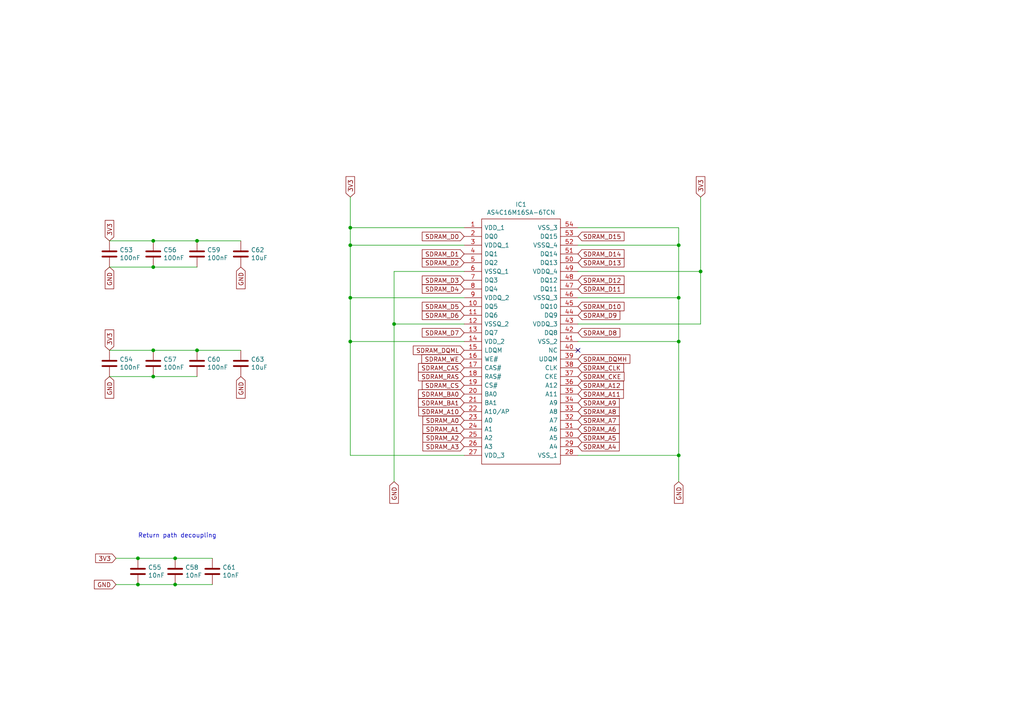
<source format=kicad_sch>
(kicad_sch (version 20211123) (generator eeschema)
  (paper "A4")
  (lib_symbols
    (symbol "AS4C16M16SA-6TCN:AS4C16M16SA-6TCN" (pin_names (offset 0.762))
      (property "Reference" "IC" (at 29.21 7.62 0))
      (property "Value" "AS4C16M16SA-6TCN" (at 29.21 5.08 0))
      (symbol "AS4C16M16SA-6TCN_0_0"
        (pin passive line (at 0 0 0) (length 5.08) (name "VDD_1") (number "1"))
        (pin passive line (at 0 -22.86 0) (length 5.08) (name "DQ5") (number "10"))
        (pin passive line (at 0 -25.4 0) (length 5.08) (name "DQ6") (number "11"))
        (pin passive line (at 0 -27.94 0) (length 5.08) (name "VSSQ_2") (number "12"))
        (pin passive line (at 0 -30.48 0) (length 5.08) (name "DQ7") (number "13"))
        (pin passive line (at 0 -33.02 0) (length 5.08) (name "VDD_2") (number "14"))
        (pin passive line (at 0 -35.56 0) (length 5.08) (name "LDQM") (number "15"))
        (pin passive line (at 0 -38.1 0) (length 5.08) (name "WE#") (number "16"))
        (pin passive line (at 0 -40.64 0) (length 5.08) (name "CAS#") (number "17"))
        (pin passive line (at 0 -43.18 0) (length 5.08) (name "RAS#") (number "18"))
        (pin passive line (at 0 -45.72 0) (length 5.08) (name "CS#") (number "19"))
        (pin passive line (at 0 -2.54 0) (length 5.08) (name "DQ0") (number "2"))
        (pin passive line (at 0 -48.26 0) (length 5.08) (name "BA0") (number "20"))
        (pin passive line (at 0 -50.8 0) (length 5.08) (name "BA1") (number "21"))
        (pin passive line (at 0 -53.34 0) (length 5.08) (name "A10/AP") (number "22"))
        (pin passive line (at 0 -55.88 0) (length 5.08) (name "A0") (number "23"))
        (pin passive line (at 0 -58.42 0) (length 5.08) (name "A1") (number "24"))
        (pin passive line (at 0 -60.96 0) (length 5.08) (name "A2") (number "25"))
        (pin passive line (at 0 -63.5 0) (length 5.08) (name "A3") (number "26"))
        (pin passive line (at 0 -66.04 0) (length 5.08) (name "VDD_3") (number "27"))
        (pin passive line (at 33.02 -66.04 180) (length 5.08) (name "VSS_1") (number "28"))
        (pin passive line (at 33.02 -63.5 180) (length 5.08) (name "A4") (number "29"))
        (pin passive line (at 0 -5.08 0) (length 5.08) (name "VDDQ_1") (number "3"))
        (pin passive line (at 33.02 -60.96 180) (length 5.08) (name "A5") (number "30"))
        (pin passive line (at 33.02 -58.42 180) (length 5.08) (name "A6") (number "31"))
        (pin passive line (at 33.02 -55.88 180) (length 5.08) (name "A7") (number "32"))
        (pin passive line (at 33.02 -53.34 180) (length 5.08) (name "A8") (number "33"))
        (pin passive line (at 33.02 -50.8 180) (length 5.08) (name "A9") (number "34"))
        (pin passive line (at 33.02 -48.26 180) (length 5.08) (name "A11") (number "35"))
        (pin passive line (at 33.02 -45.72 180) (length 5.08) (name "A12") (number "36"))
        (pin passive line (at 33.02 -43.18 180) (length 5.08) (name "CKE") (number "37"))
        (pin passive line (at 33.02 -40.64 180) (length 5.08) (name "CLK") (number "38"))
        (pin passive line (at 33.02 -38.1 180) (length 5.08) (name "UDQM") (number "39"))
        (pin passive line (at 0 -7.62 0) (length 5.08) (name "DQ1") (number "4"))
        (pin no_connect line (at 33.02 -35.56 180) (length 5.08) (name "NC") (number "40"))
        (pin passive line (at 33.02 -33.02 180) (length 5.08) (name "VSS_2") (number "41"))
        (pin passive line (at 33.02 -30.48 180) (length 5.08) (name "DQ8") (number "42"))
        (pin passive line (at 33.02 -27.94 180) (length 5.08) (name "VDDQ_3") (number "43"))
        (pin passive line (at 33.02 -25.4 180) (length 5.08) (name "DQ9") (number "44"))
        (pin passive line (at 33.02 -22.86 180) (length 5.08) (name "DQ10") (number "45"))
        (pin passive line (at 33.02 -20.32 180) (length 5.08) (name "VSSQ_3") (number "46"))
        (pin passive line (at 33.02 -17.78 180) (length 5.08) (name "DQ11") (number "47"))
        (pin passive line (at 33.02 -15.24 180) (length 5.08) (name "DQ12") (number "48"))
        (pin passive line (at 33.02 -12.7 180) (length 5.08) (name "VDDQ_4") (number "49"))
        (pin passive line (at 0 -10.16 0) (length 5.08) (name "DQ2") (number "5"))
        (pin passive line (at 33.02 -10.16 180) (length 5.08) (name "DQ13") (number "50"))
        (pin passive line (at 33.02 -7.62 180) (length 5.08) (name "DQ14") (number "51"))
        (pin passive line (at 33.02 -5.08 180) (length 5.08) (name "VSSQ_4") (number "52"))
        (pin passive line (at 33.02 -2.54 180) (length 5.08) (name "DQ15") (number "53"))
        (pin passive line (at 33.02 0 180) (length 5.08) (name "VSS_3") (number "54"))
        (pin passive line (at 0 -12.7 0) (length 5.08) (name "VSSQ_1") (number "6"))
        (pin passive line (at 0 -15.24 0) (length 5.08) (name "DQ3") (number "7"))
        (pin passive line (at 0 -17.78 0) (length 5.08) (name "DQ4") (number "8"))
        (pin passive line (at 0 -20.32 0) (length 5.08) (name "VDDQ_2") (number "9"))
      )
      (symbol "AS4C16M16SA-6TCN_0_1"
        (polyline (pts (xy 5.08 2.54) (xy 27.94 2.54) (xy 27.94 -68.58) (xy 5.08 -68.58) (xy 5.08 2.54)) (stroke (width 0.1524)))
      )
    )
    (symbol "Device:C" (pin_numbers hide) (pin_names (offset 0.254))
      (property "Reference" "C" (at 0.635 2.54 0))
      (property "Value" "C" (at 0.635 -2.54 0))
      (symbol "C_0_1"
        (polyline (pts (xy -2.032 -0.762) (xy 2.032 -0.762)) (stroke (width 0.508)))
        (polyline (pts (xy -2.032 0.762) (xy 2.032 0.762)) (stroke (width 0.508)))
      )
      (symbol "C_1_1"
        (pin passive line (at 0 3.81 270) (length 2.794) (name "~") (number "1"))
        (pin passive line (at 0 -3.81 90) (length 2.794) (name "~") (number "2"))
      )
    )
  )
  (junction (at 101.6 66.04))
  (junction (at 44.45 69.85))
  (junction (at 196.85 86.36))
  (junction (at 196.85 99.06))
  (junction (at 101.6 86.36))
  (junction (at 57.15 69.85))
  (junction (at 203.2 78.74))
  (junction (at 114.3 93.98))
  (junction (at 196.85 132.08))
  (junction (at 101.6 71.12))
  (junction (at 44.45 101.6))
  (junction (at 196.85 71.12))
  (junction (at 57.15 101.6))
  (junction (at 44.45 109.22))
  (junction (at 101.6 99.06))
  (junction (at 40.005 161.925))
  (junction (at 50.8 169.545))
  (junction (at 40.005 169.545))
  (junction (at 44.45 77.47))
  (junction (at 50.8 161.925))
  (no_connect (at 167.64 101.6))
  (wire (pts (xy 57.15 77.47) (xy 44.45 77.47)))
  (wire (pts (xy 167.64 93.98) (xy 203.2 93.98)))
  (wire (pts (xy 50.8 169.545) (xy 40.005 169.545)))
  (wire (pts (xy 114.3 93.98) (xy 114.3 139.7)))
  (wire (pts (xy 31.75 101.6) (xy 44.45 101.6)))
  (wire (pts (xy 134.62 66.04) (xy 101.6 66.04)))
  (wire (pts (xy 44.45 109.22) (xy 57.15 109.22)))
  (wire (pts (xy 134.62 71.12) (xy 101.6 71.12)))
  (wire (pts (xy 196.85 71.12) (xy 196.85 86.36)))
  (wire (pts (xy 134.62 132.08) (xy 101.6 132.08)))
  (wire (pts (xy 101.6 71.12) (xy 101.6 86.36)))
  (wire (pts (xy 101.6 66.04) (xy 101.6 57.15)))
  (wire (pts (xy 31.75 69.85) (xy 44.45 69.85)))
  (wire (pts (xy 44.45 77.47) (xy 31.75 77.47)))
  (wire (pts (xy 167.64 86.36) (xy 196.85 86.36)))
  (wire (pts (xy 167.64 78.74) (xy 203.2 78.74)))
  (wire (pts (xy 167.64 66.04) (xy 196.85 66.04)))
  (wire (pts (xy 50.8 161.925) (xy 40.005 161.925)))
  (wire (pts (xy 134.62 93.98) (xy 114.3 93.98)))
  (wire (pts (xy 31.75 109.22) (xy 44.45 109.22)))
  (wire (pts (xy 167.64 71.12) (xy 196.85 71.12)))
  (wire (pts (xy 57.15 101.6) (xy 69.85 101.6)))
  (wire (pts (xy 167.64 99.06) (xy 196.85 99.06)))
  (wire (pts (xy 101.6 99.06) (xy 101.6 86.36)))
  (wire (pts (xy 203.2 57.15) (xy 203.2 78.74)))
  (wire (pts (xy 196.85 66.04) (xy 196.85 71.12)))
  (wire (pts (xy 40.005 169.545) (xy 33.655 169.545)))
  (wire (pts (xy 196.85 99.06) (xy 196.85 132.08)))
  (wire (pts (xy 203.2 78.74) (xy 203.2 93.98)))
  (wire (pts (xy 134.62 78.74) (xy 114.3 78.74)))
  (wire (pts (xy 57.15 69.85) (xy 69.85 69.85)))
  (wire (pts (xy 61.595 169.545) (xy 50.8 169.545)))
  (wire (pts (xy 167.64 132.08) (xy 196.85 132.08)))
  (wire (pts (xy 114.3 78.74) (xy 114.3 93.98)))
  (wire (pts (xy 196.85 132.08) (xy 196.85 139.7)))
  (wire (pts (xy 134.62 86.36) (xy 101.6 86.36)))
  (wire (pts (xy 40.005 161.925) (xy 33.655 161.925)))
  (wire (pts (xy 44.45 101.6) (xy 57.15 101.6)))
  (wire (pts (xy 101.6 132.08) (xy 101.6 99.06)))
  (wire (pts (xy 101.6 71.12) (xy 101.6 66.04)))
  (wire (pts (xy 134.62 99.06) (xy 101.6 99.06)))
  (wire (pts (xy 61.595 161.925) (xy 50.8 161.925)))
  (wire (pts (xy 57.15 69.85) (xy 44.45 69.85)))
  (wire (pts (xy 196.85 86.36) (xy 196.85 99.06)))
  (text "Return path decoupling" (at 40.005 156.21 0) (effects (font (size 1.27 1.27)) (justify left bottom)))
  (global_label "SDRAM_D9" (shape input) (at 167.64 91.44 0) (property "Intersheet References" "${INTERSHEET_REFS}" (effects hide)))
  (global_label "SDRAM_A12" (shape input) (at 167.64 111.76 0) (property "Intersheet References" "${INTERSHEET_REFS}" (effects hide)))
  (global_label "GND" (shape input) (at 31.75 109.22 270) (property "Intersheet References" "${INTERSHEET_REFS}" (effects hide)))
  (global_label "3V3" (shape input) (at 33.655 161.925 180) (property "Intersheet References" "${INTERSHEET_REFS}" (effects hide)))
  (global_label "SDRAM_D6" (shape input) (at 134.62 91.44 180) (property "Intersheet References" "${INTERSHEET_REFS}" (effects hide)))
  (global_label "3V3" (shape input) (at 31.75 101.6 90) (property "Intersheet References" "${INTERSHEET_REFS}" (effects hide)))
  (global_label "SDRAM_WE" (shape input) (at 134.62 104.14 180) (property "Intersheet References" "${INTERSHEET_REFS}" (effects hide)))
  (global_label "SDRAM_A3" (shape input) (at 134.62 129.54 180) (property "Intersheet References" "${INTERSHEET_REFS}" (effects hide)))
  (global_label "SDRAM_CKE" (shape input) (at 167.64 109.22 0) (property "Intersheet References" "${INTERSHEET_REFS}" (effects hide)))
  (global_label "SDRAM_DQMH" (shape input) (at 167.64 104.14 0) (property "Intersheet References" "${INTERSHEET_REFS}" (effects hide)))
  (global_label "SDRAM_A10" (shape input) (at 134.62 119.38 180) (property "Intersheet References" "${INTERSHEET_REFS}" (effects hide)))
  (global_label "GND" (shape input) (at 69.85 77.47 270) (property "Intersheet References" "${INTERSHEET_REFS}" (effects hide)))
  (global_label "SDRAM_D15" (shape input) (at 167.64 68.58 0) (property "Intersheet References" "${INTERSHEET_REFS}" (effects hide)))
  (global_label "GND" (shape input) (at 196.85 139.7 270) (property "Intersheet References" "${INTERSHEET_REFS}" (effects hide)))
  (global_label "SDRAM_D8" (shape input) (at 167.64 96.52 0) (property "Intersheet References" "${INTERSHEET_REFS}" (effects hide)))
  (global_label "SDRAM_A5" (shape input) (at 167.64 127 0) (property "Intersheet References" "${INTERSHEET_REFS}" (effects hide)))
  (global_label "SDRAM_D12" (shape input) (at 167.64 81.28 0) (property "Intersheet References" "${INTERSHEET_REFS}" (effects hide)))
  (global_label "GND" (shape input) (at 69.85 109.22 270) (property "Intersheet References" "${INTERSHEET_REFS}" (effects hide)))
  (global_label "SDRAM_A4" (shape input) (at 167.64 129.54 0) (property "Intersheet References" "${INTERSHEET_REFS}" (effects hide)))
  (global_label "SDRAM_D2" (shape input) (at 134.62 76.2 180) (property "Intersheet References" "${INTERSHEET_REFS}" (effects hide)))
  (global_label "SDRAM_A1" (shape input) (at 134.62 124.46 180) (property "Intersheet References" "${INTERSHEET_REFS}" (effects hide)))
  (global_label "SDRAM_BA1" (shape input) (at 134.62 116.84 180) (property "Intersheet References" "${INTERSHEET_REFS}" (effects hide)))
  (global_label "SDRAM_D3" (shape input) (at 134.62 81.28 180) (property "Intersheet References" "${INTERSHEET_REFS}" (effects hide)))
  (global_label "3V3" (shape input) (at 101.6 57.15 90) (property "Intersheet References" "${INTERSHEET_REFS}" (effects hide)))
  (global_label "SDRAM_DQML" (shape input) (at 134.62 101.6 180) (property "Intersheet References" "${INTERSHEET_REFS}" (effects hide)))
  (global_label "SDRAM_CS" (shape input) (at 134.62 111.76 180) (property "Intersheet References" "${INTERSHEET_REFS}" (effects hide)))
  (global_label "SDRAM_D1" (shape input) (at 134.62 73.66 180) (property "Intersheet References" "${INTERSHEET_REFS}" (effects hide)))
  (global_label "SDRAM_D10" (shape input) (at 167.64 88.9 0) (property "Intersheet References" "${INTERSHEET_REFS}" (effects hide)))
  (global_label "GND" (shape input) (at 31.75 77.47 270) (property "Intersheet References" "${INTERSHEET_REFS}" (effects hide)))
  (global_label "SDRAM_A11" (shape input) (at 167.64 114.3 0) (property "Intersheet References" "${INTERSHEET_REFS}" (effects hide)))
  (global_label "SDRAM_A6" (shape input) (at 167.64 124.46 0) (property "Intersheet References" "${INTERSHEET_REFS}" (effects hide)))
  (global_label "SDRAM_A9" (shape input) (at 167.64 116.84 0) (property "Intersheet References" "${INTERSHEET_REFS}" (effects hide)))
  (global_label "SDRAM_A7" (shape input) (at 167.64 121.92 0) (property "Intersheet References" "${INTERSHEET_REFS}" (effects hide)))
  (global_label "SDRAM_D7" (shape input) (at 134.62 96.52 180) (property "Intersheet References" "${INTERSHEET_REFS}" (effects hide)))
  (global_label "SDRAM_RAS" (shape input) (at 134.62 109.22 180) (property "Intersheet References" "${INTERSHEET_REFS}" (effects hide)))
  (global_label "SDRAM_A8" (shape input) (at 167.64 119.38 0) (property "Intersheet References" "${INTERSHEET_REFS}" (effects hide)))
  (global_label "SDRAM_D14" (shape input) (at 167.64 73.66 0) (property "Intersheet References" "${INTERSHEET_REFS}" (effects hide)))
  (global_label "SDRAM_CLK" (shape input) (at 167.64 106.68 0) (property "Intersheet References" "${INTERSHEET_REFS}" (effects hide)))
  (global_label "SDRAM_D4" (shape input) (at 134.62 83.82 180) (property "Intersheet References" "${INTERSHEET_REFS}" (effects hide)))
  (global_label "3V3" (shape input) (at 31.75 69.85 90) (property "Intersheet References" "${INTERSHEET_REFS}" (effects hide)))
  (global_label "SDRAM_CAS" (shape input) (at 134.62 106.68 180) (property "Intersheet References" "${INTERSHEET_REFS}" (effects hide)))
  (global_label "SDRAM_D5" (shape input) (at 134.62 88.9 180) (property "Intersheet References" "${INTERSHEET_REFS}" (effects hide)))
  (global_label "SDRAM_A2" (shape input) (at 134.62 127 180) (property "Intersheet References" "${INTERSHEET_REFS}" (effects hide)))
  (global_label "SDRAM_A0" (shape input) (at 134.62 121.92 180) (property "Intersheet References" "${INTERSHEET_REFS}" (effects hide)))
  (global_label "SDRAM_D11" (shape input) (at 167.64 83.82 0) (property "Intersheet References" "${INTERSHEET_REFS}" (effects hide)))
  (global_label "GND" (shape input) (at 114.3 139.7 270) (property "Intersheet References" "${INTERSHEET_REFS}" (effects hide)))
  (global_label "GND" (shape input) (at 33.655 169.545 180) (property "Intersheet References" "${INTERSHEET_REFS}" (effects hide)))
  (global_label "SDRAM_BA0" (shape input) (at 134.62 114.3 180) (property "Intersheet References" "${INTERSHEET_REFS}" (effects hide)))
  (global_label "SDRAM_D0" (shape input) (at 134.62 68.58 180) (property "Intersheet References" "${INTERSHEET_REFS}" (effects hide)))
  (global_label "3V3" (shape input) (at 203.2 57.15 90) (property "Intersheet References" "${INTERSHEET_REFS}" (effects hide)))
  (global_label "SDRAM_D13" (shape input) (at 167.64 76.2 0) (property "Intersheet References" "${INTERSHEET_REFS}" (effects hide)))
  (symbol (lib_id "AS4C16M16SA-6TCN:AS4C16M16SA-6TCN") (at 134.62 66.04 0) (unit 1)
    (property "Reference" "IC1" (at 151.13 59.309 0))
    (property "Value" "AS4C16M16SA-6TCN" (at 151.13 61.6204 0))
    (property "Footprint" "SOP80P1176X120-54N" (effects hide))
    (property "Datasheet" "https://www.alliancememory.com/wp-content/uploads/pdf/dram/256Mb-AS4C16M16SA-C&I_V3.0_March%202015.pdf" (effects hide))
    (property "Description" "256M  (16Mx16bit) Synchronous DRAM (SDRAM)" (effects hide))
    (property "Height" "1.2" (effects hide))
    (property "Manufacturer_Name" "Alliance Memory" (effects hide))
    (property "Manufacturer_Part_Number" "AS4C16M16SA-6TCN" (effects hide))
    (property "Arrow Part Number" "AS4C16M16SA-6TCN" (effects hide))
    (property "Mouser Part Number" "913-4C16M16SA-6TCN" (effects hide))
    (property "Mouser Price/Stock" "https://www.mouser.co.uk/ProductDetail/Alliance-Memory/AS4C16M16SA-6TCN?qs=os3kWr9Y3%252BD6%2F2brsO%2FHKg%3D%3D" (effects hide))
  )
  (symbol (lib_id "Device:C") (at 31.75 73.66 0) (unit 1)
    (property "Reference" "C53" (at 34.671 72.4916 0) (effects (justify left)))
    (property "Value" "100nF" (at 34.671 74.803 0) (effects (justify left)))
    (property "Footprint" "Capacitor_SMD:C_0603_1608Metric" (effects hide))
  )
  (symbol (lib_id "Device:C") (at 44.45 73.66 0) (unit 1)
    (property "Reference" "C56" (at 47.371 72.4916 0) (effects (justify left)))
    (property "Value" "100nF" (at 47.371 74.803 0) (effects (justify left)))
    (property "Footprint" "Capacitor_SMD:C_0603_1608Metric" (effects hide))
  )
  (symbol (lib_id "Device:C") (at 57.15 73.66 0) (unit 1)
    (property "Reference" "C59" (at 60.071 72.4916 0) (effects (justify left)))
    (property "Value" "100nF" (at 60.071 74.803 0) (effects (justify left)))
    (property "Footprint" "Capacitor_SMD:C_0603_1608Metric" (effects hide))
  )
  (symbol (lib_id "Device:C") (at 69.85 73.66 0) (unit 1)
    (property "Reference" "C62" (at 72.771 72.4916 0) (effects (justify left)))
    (property "Value" "10uF" (at 72.771 74.803 0) (effects (justify left)))
    (property "Footprint" "Capacitor_SMD:C_0805_2012Metric" (effects hide))
  )
  (symbol (lib_id "Device:C") (at 31.75 105.41 0) (unit 1)
    (property "Reference" "C54" (at 34.671 104.2416 0) (effects (justify left)))
    (property "Value" "100nF" (at 34.671 106.553 0) (effects (justify left)))
    (property "Footprint" "Capacitor_SMD:C_0603_1608Metric" (effects hide))
  )
  (symbol (lib_id "Device:C") (at 44.45 105.41 0) (unit 1)
    (property "Reference" "C57" (at 47.371 104.2416 0) (effects (justify left)))
    (property "Value" "100nF" (at 47.371 106.553 0) (effects (justify left)))
    (property "Footprint" "Capacitor_SMD:C_0603_1608Metric" (effects hide))
  )
  (symbol (lib_id "Device:C") (at 57.15 105.41 0) (unit 1)
    (property "Reference" "C60" (at 60.071 104.2416 0) (effects (justify left)))
    (property "Value" "100nF" (at 60.071 106.553 0) (effects (justify left)))
    (property "Footprint" "Capacitor_SMD:C_0603_1608Metric" (effects hide))
  )
  (symbol (lib_id "Device:C") (at 69.85 105.41 0) (unit 1)
    (property "Reference" "C63" (at 72.771 104.2416 0) (effects (justify left)))
    (property "Value" "10uF" (at 72.771 106.553 0) (effects (justify left)))
    (property "Footprint" "Capacitor_SMD:C_0805_2012Metric" (effects hide))
  )
  (symbol (lib_id "Device:C") (at 40.005 165.735 0) (unit 1)
    (property "Reference" "C55" (at 42.926 164.5666 0) (effects (justify left)))
    (property "Value" "10nF" (at 42.926 166.878 0) (effects (justify left)))
    (property "Footprint" "Capacitor_SMD:C_0603_1608Metric" (effects hide))
  )
  (symbol (lib_id "Device:C") (at 50.8 165.735 0) (unit 1)
    (property "Reference" "C58" (at 53.721 164.5666 0) (effects (justify left)))
    (property "Value" "10nF" (at 53.721 166.878 0) (effects (justify left)))
    (property "Footprint" "Capacitor_SMD:C_0603_1608Metric" (effects hide))
  )
  (symbol (lib_id "Device:C") (at 61.595 165.735 0) (unit 1)
    (property "Reference" "C61" (at 64.516 164.5666 0) (effects (justify left)))
    (property "Value" "10nF" (at 64.516 166.878 0) (effects (justify left)))
    (property "Footprint" "Capacitor_SMD:C_0603_1608Metric" (effects hide))
  )
)
</source>
